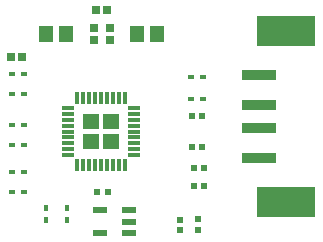
<source format=gtp>
G04*
G04 #@! TF.GenerationSoftware,Altium Limited,Altium Designer,20.2.3 (150)*
G04*
G04 Layer_Color=8421504*
%FSLAX44Y44*%
%MOMM*%
G71*
G04*
G04 #@! TF.SameCoordinates,CE7551EE-2CAC-49A0-A575-A5F11EB50F32*
G04*
G04*
G04 #@! TF.FilePolarity,Positive*
G04*
G01*
G75*
%ADD18R,1.2100X0.5900*%
G04:AMPARAMS|DCode=19|XSize=0.9mm|YSize=2.8mm|CornerRadius=0.018mm|HoleSize=0mm|Usage=FLASHONLY|Rotation=90.000|XOffset=0mm|YOffset=0mm|HoleType=Round|Shape=RoundedRectangle|*
%AMROUNDEDRECTD19*
21,1,0.9000,2.7640,0,0,90.0*
21,1,0.8640,2.8000,0,0,90.0*
1,1,0.0360,1.3820,0.4320*
1,1,0.0360,1.3820,-0.4320*
1,1,0.0360,-1.3820,-0.4320*
1,1,0.0360,-1.3820,0.4320*
%
%ADD19ROUNDEDRECTD19*%
%ADD20R,5.0000X2.5000*%
G04:AMPARAMS|DCode=21|XSize=0.26mm|YSize=1.1mm|CornerRadius=0.0091mm|HoleSize=0mm|Usage=FLASHONLY|Rotation=0.000|XOffset=0mm|YOffset=0mm|HoleType=Round|Shape=RoundedRectangle|*
%AMROUNDEDRECTD21*
21,1,0.2600,1.0818,0,0,0.0*
21,1,0.2418,1.1000,0,0,0.0*
1,1,0.0182,0.1209,-0.5409*
1,1,0.0182,-0.1209,-0.5409*
1,1,0.0182,-0.1209,0.5409*
1,1,0.0182,0.1209,0.5409*
%
%ADD21ROUNDEDRECTD21*%
G04:AMPARAMS|DCode=22|XSize=0.26mm|YSize=1.1mm|CornerRadius=0.0091mm|HoleSize=0mm|Usage=FLASHONLY|Rotation=270.000|XOffset=0mm|YOffset=0mm|HoleType=Round|Shape=RoundedRectangle|*
%AMROUNDEDRECTD22*
21,1,0.2600,1.0818,0,0,270.0*
21,1,0.2418,1.1000,0,0,270.0*
1,1,0.0182,-0.5409,-0.1209*
1,1,0.0182,-0.5409,0.1209*
1,1,0.0182,0.5409,0.1209*
1,1,0.0182,0.5409,-0.1209*
%
%ADD22ROUNDEDRECTD22*%
%ADD23R,0.3000X0.5000*%
%ADD24R,0.7500X0.7000*%
%ADD25R,0.5400X0.6000*%
%ADD26R,0.5600X0.6300*%
%ADD27R,0.5400X0.6000*%
%ADD28R,0.6350X0.6350*%
%ADD29R,1.1600X1.4700*%
%ADD30R,0.6300X0.5600*%
%ADD31R,0.5000X0.3000*%
G36*
X1919580Y728260D02*
X1906480D01*
Y741360D01*
X1919580D01*
Y728260D01*
D02*
G37*
G36*
Y744960D02*
X1906480D01*
Y758060D01*
X1919580D01*
Y744960D01*
D02*
G37*
G36*
X1936280Y728260D02*
X1923180D01*
Y741360D01*
X1936280D01*
Y728260D01*
D02*
G37*
G36*
Y744960D02*
X1923180D01*
Y758060D01*
X1936280D01*
Y744960D01*
D02*
G37*
D18*
X1945310Y657460D02*
D03*
Y666960D02*
D03*
Y676460D02*
D03*
X1920210D02*
D03*
Y657460D02*
D03*
D19*
X2055500Y791000D02*
D03*
Y746000D02*
D03*
Y721000D02*
D03*
Y766000D02*
D03*
D20*
X2078000Y683500D02*
D03*
Y828500D02*
D03*
D21*
X1901380Y771310D02*
D03*
Y715010D02*
D03*
X1906380Y771310D02*
D03*
X1911380D02*
D03*
X1916380D02*
D03*
X1921380D02*
D03*
X1926380D02*
D03*
X1931380D02*
D03*
X1936380D02*
D03*
X1941380D02*
D03*
Y715010D02*
D03*
X1936380D02*
D03*
X1931380D02*
D03*
X1926380D02*
D03*
X1921380D02*
D03*
X1916380D02*
D03*
X1911380D02*
D03*
X1906380D02*
D03*
D22*
X1949530Y763160D02*
D03*
Y758160D02*
D03*
Y753160D02*
D03*
Y748160D02*
D03*
Y743160D02*
D03*
Y738160D02*
D03*
Y733160D02*
D03*
Y728160D02*
D03*
Y723160D02*
D03*
X1893230D02*
D03*
Y728160D02*
D03*
Y733160D02*
D03*
Y738160D02*
D03*
Y743160D02*
D03*
Y748160D02*
D03*
Y753160D02*
D03*
Y758160D02*
D03*
Y763160D02*
D03*
D23*
X1893000Y678000D02*
D03*
Y668000D02*
D03*
X1875000Y678000D02*
D03*
Y668000D02*
D03*
D24*
X1928750Y821000D02*
D03*
X1915250D02*
D03*
Y831000D02*
D03*
X1928750D02*
D03*
D25*
X1998680Y730000D02*
D03*
X2007320D02*
D03*
X1998360Y756000D02*
D03*
X2007000D02*
D03*
D26*
X1999890Y712040D02*
D03*
X2008590D02*
D03*
D27*
X1999940Y697040D02*
D03*
X2008540D02*
D03*
X1927060Y691960D02*
D03*
X1918460D02*
D03*
D28*
X1854500Y806000D02*
D03*
X1845610D02*
D03*
X1926445Y846250D02*
D03*
X1917555D02*
D03*
D29*
X1892000Y826000D02*
D03*
X1874500D02*
D03*
X1951500D02*
D03*
X1969000D02*
D03*
D30*
X2003970Y668700D02*
D03*
Y660000D02*
D03*
X1988000Y668350D02*
D03*
Y659650D02*
D03*
D31*
X1998000Y771000D02*
D03*
X2008000D02*
D03*
X1998000Y789000D02*
D03*
X2008000D02*
D03*
X1856000Y792000D02*
D03*
X1846000D02*
D03*
X1856000Y775000D02*
D03*
X1846000D02*
D03*
X1856000Y749000D02*
D03*
X1846000D02*
D03*
X1856000Y732000D02*
D03*
X1846000D02*
D03*
X1856000Y709000D02*
D03*
X1846000D02*
D03*
X1856000Y692000D02*
D03*
X1846000D02*
D03*
M02*

</source>
